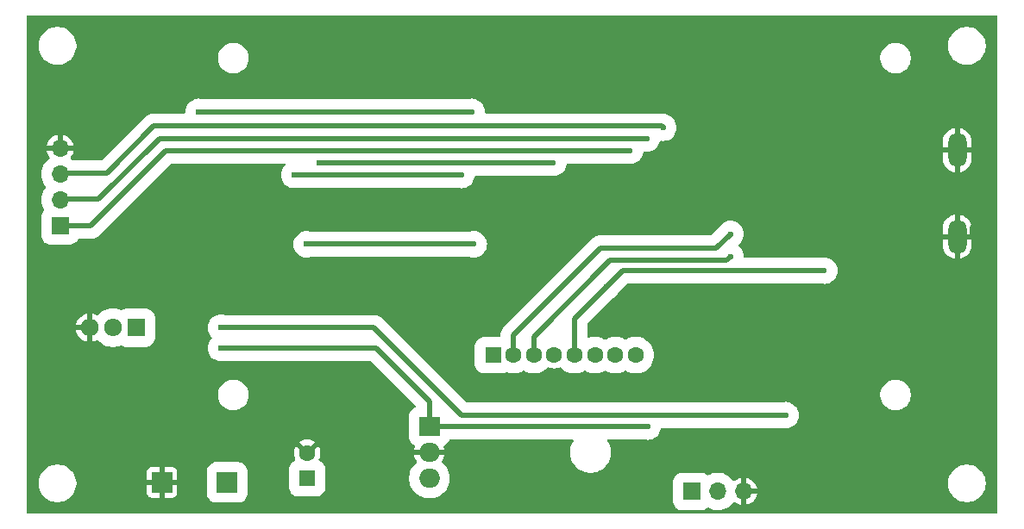
<source format=gbr>
%TF.GenerationSoftware,KiCad,Pcbnew,8.0.9-8.0.9-0~ubuntu24.04.1*%
%TF.CreationDate,2025-02-24T19:57:28+02:00*%
%TF.ProjectId,LRL5,4c524c35-2e6b-4696-9361-645f70636258,rev?*%
%TF.SameCoordinates,Original*%
%TF.FileFunction,Copper,L2,Bot*%
%TF.FilePolarity,Positive*%
%FSLAX46Y46*%
G04 Gerber Fmt 4.6, Leading zero omitted, Abs format (unit mm)*
G04 Created by KiCad (PCBNEW 8.0.9-8.0.9-0~ubuntu24.04.1) date 2025-02-24 19:57:28*
%MOMM*%
%LPD*%
G01*
G04 APERTURE LIST*
%TA.AperFunction,ComponentPad*%
%ADD10R,1.700000X1.700000*%
%TD*%
%TA.AperFunction,ComponentPad*%
%ADD11O,1.700000X1.700000*%
%TD*%
%TA.AperFunction,ComponentPad*%
%ADD12R,2.000000X2.000000*%
%TD*%
%TA.AperFunction,ComponentPad*%
%ADD13R,2.000000X1.905000*%
%TD*%
%TA.AperFunction,ComponentPad*%
%ADD14O,2.000000X1.905000*%
%TD*%
%TA.AperFunction,ComponentPad*%
%ADD15R,1.600000X1.600000*%
%TD*%
%TA.AperFunction,ComponentPad*%
%ADD16C,1.600000*%
%TD*%
%TA.AperFunction,ComponentPad*%
%ADD17R,1.710000X1.800000*%
%TD*%
%TA.AperFunction,ComponentPad*%
%ADD18O,1.710000X1.800000*%
%TD*%
%TA.AperFunction,ComponentPad*%
%ADD19O,1.800000X3.400000*%
%TD*%
%TA.AperFunction,ViaPad*%
%ADD20C,0.600000*%
%TD*%
%TA.AperFunction,Conductor*%
%ADD21C,0.500000*%
%TD*%
G04 APERTURE END LIST*
D10*
%TO.P,J1,1,Pin_1*%
%TO.N,Net-(J1-Pin_1)*%
X237000000Y-77300000D03*
D11*
%TO.P,J1,2,Pin_2*%
%TO.N,BATT{slash}2*%
X239540000Y-77300000D03*
%TO.P,J1,3,Pin_3*%
%TO.N,GND*%
X242080000Y-77300000D03*
%TD*%
D12*
%TO.P,TP1,1,1*%
%TO.N,+3.3V*%
X191400000Y-76400000D03*
%TD*%
D13*
%TO.P,U1,1,IN*%
%TO.N,+BATT*%
X211250000Y-70920000D03*
D14*
%TO.P,U1,2,GND*%
%TO.N,GND*%
X211250000Y-73460000D03*
%TO.P,U1,3,OUT*%
%TO.N,+3.3V*%
X211250000Y-76000000D03*
%TD*%
D15*
%TO.P,C2,1*%
%TO.N,+3.3V*%
X199250000Y-76000000D03*
D16*
%TO.P,C2,2*%
%TO.N,GND*%
X199250000Y-73500000D03*
%TD*%
D12*
%TO.P,TP2,1,1*%
%TO.N,GND*%
X185000000Y-76400000D03*
%TD*%
D17*
%TO.P,Q1,1,C*%
%TO.N,Net-(D2-K)*%
X182475000Y-61200000D03*
D18*
%TO.P,Q1,2,B*%
%TO.N,Net-(D2-A)*%
X180195000Y-61200000D03*
%TO.P,Q1,3,E*%
%TO.N,GND*%
X177915000Y-61200000D03*
%TD*%
D10*
%TO.P,J6,1,Pin_1*%
%TO.N,MODE_A*%
X175000000Y-51200000D03*
D11*
%TO.P,J6,2,Pin_2*%
%TO.N,MODE_B*%
X175000000Y-48660000D03*
%TO.P,J6,3,Pin_3*%
%TO.N,MODE_SW1*%
X175000000Y-46120000D03*
%TO.P,J6,4,Pin_4*%
%TO.N,GND*%
X175000000Y-43580000D03*
%TD*%
D15*
%TO.P,U2,1,~{RST}*%
%TO.N,LCD_RESET*%
X217500000Y-63900000D03*
D16*
%TO.P,U2,2,SCL*%
%TO.N,I2C1_SCL*%
X219500000Y-63900000D03*
%TO.P,U2,3,SDA*%
%TO.N,I2C1_SDA*%
X221500000Y-63900000D03*
%TO.P,U2,4,VSS*%
%TO.N,GND*%
X223500000Y-63900000D03*
%TO.P,U2,5,VDD*%
%TO.N,+3.3V*%
X225500000Y-63900000D03*
%TO.P,U2,6,VOUT*%
%TO.N,Net-(U2-VOUT)*%
X227500000Y-63900000D03*
%TO.P,U2,7,C1+*%
%TO.N,Net-(U2-C1+)*%
X229500000Y-63900000D03*
%TO.P,U2,8,C1-*%
%TO.N,Net-(U2-C1-)*%
X231500000Y-63900000D03*
D19*
%TO.P,U2,9,A*%
%TO.N,GND*%
X263050000Y-52250000D03*
%TO.P,U2,10,K*%
X263050000Y-43750000D03*
%TD*%
D20*
%TO.N,+BATT*%
X232680000Y-70920000D03*
X190800000Y-63200000D03*
%TO.N,GND*%
X200500000Y-68000000D03*
X248400000Y-49400000D03*
X181800000Y-39400000D03*
X191200000Y-59200000D03*
%TO.N,+3.3V*%
X250000000Y-55600000D03*
X228600000Y-57200000D03*
%TO.N,Net-(D2-K)*%
X246200000Y-69800000D03*
X190800000Y-61200000D03*
%TO.N,I2C1_SDA*%
X240800000Y-54200000D03*
%TO.N,I2C1_SCL*%
X240800000Y-52000000D03*
%TO.N,MODE_A*%
X230950000Y-43800000D03*
%TO.N,UART1_TX*%
X214400000Y-46200000D03*
X198000000Y-46200000D03*
%TO.N,UART1_RX*%
X199200000Y-53000000D03*
X215600000Y-53000000D03*
%TO.N,MODE_B*%
X232600000Y-42600000D03*
%TO.N,VBAT*%
X200400000Y-45000000D03*
X223400000Y-45000000D03*
%TO.N,MODE_SW1*%
X234200000Y-41550000D03*
%TO.N,USER_BTN*%
X215400000Y-40000000D03*
X188600000Y-40000000D03*
%TD*%
D21*
%TO.N,+BATT*%
X190800000Y-63200000D02*
X206000000Y-63200000D01*
X206000000Y-63200000D02*
X211250000Y-68450000D01*
X211250000Y-68450000D02*
X211250000Y-70920000D01*
X232680000Y-70920000D02*
X211250000Y-70920000D01*
%TO.N,GND*%
X264550000Y-51357500D02*
X264550000Y-52250000D01*
X264603750Y-51303750D02*
X264550000Y-51357500D01*
%TO.N,+3.3V*%
X250000000Y-55600000D02*
X230200000Y-55600000D01*
X228600000Y-57200000D02*
X225500000Y-60300000D01*
X225500000Y-60300000D02*
X225500000Y-63900000D01*
X230200000Y-55600000D02*
X228600000Y-57200000D01*
%TO.N,Net-(D2-K)*%
X205800000Y-61200000D02*
X190800000Y-61200000D01*
X214400000Y-69800000D02*
X205800000Y-61200000D01*
X246200000Y-69800000D02*
X214400000Y-69800000D01*
%TO.N,I2C1_SDA*%
X229000000Y-54600000D02*
X221500000Y-62100000D01*
X221500000Y-62100000D02*
X221500000Y-63900000D01*
X240400000Y-54600000D02*
X229000000Y-54600000D01*
X240800000Y-54200000D02*
X240400000Y-54600000D01*
%TO.N,I2C1_SCL*%
X240800000Y-52000000D02*
X239400000Y-53400000D01*
X239400000Y-53400000D02*
X228000000Y-53400000D01*
X219500000Y-61900000D02*
X219500000Y-63900000D01*
X228000000Y-53400000D02*
X219500000Y-61900000D01*
%TO.N,MODE_A*%
X185400000Y-43800000D02*
X178000000Y-51200000D01*
X178000000Y-51200000D02*
X175000000Y-51200000D01*
X230950000Y-43800000D02*
X185400000Y-43800000D01*
%TO.N,UART1_TX*%
X198000000Y-46200000D02*
X214400000Y-46200000D01*
%TO.N,UART1_RX*%
X199200000Y-53000000D02*
X215600000Y-53000000D01*
%TO.N,MODE_B*%
X178800000Y-48600000D02*
X175060000Y-48600000D01*
X184800000Y-42600000D02*
X178800000Y-48600000D01*
X232600000Y-42600000D02*
X184800000Y-42600000D01*
%TO.N,VBAT*%
X200400000Y-45000000D02*
X223400000Y-45000000D01*
%TO.N,MODE_SW1*%
X234050000Y-41400000D02*
X184200000Y-41400000D01*
X234200000Y-41550000D02*
X234050000Y-41400000D01*
X179600000Y-46000000D02*
X175120000Y-46000000D01*
X184200000Y-41400000D02*
X179600000Y-46000000D01*
%TO.N,USER_BTN*%
X188600000Y-40000000D02*
X215400000Y-40000000D01*
%TD*%
%TA.AperFunction,Conductor*%
%TO.N,GND*%
G36*
X266942539Y-30520185D02*
G01*
X266988294Y-30572989D01*
X266999500Y-30624500D01*
X266999500Y-79375500D01*
X266979815Y-79442539D01*
X266927011Y-79488294D01*
X266875500Y-79499500D01*
X171874500Y-79499500D01*
X171807461Y-79479815D01*
X171761706Y-79427011D01*
X171750500Y-79375500D01*
X171750500Y-76378711D01*
X172899500Y-76378711D01*
X172899500Y-76621288D01*
X172930667Y-76858036D01*
X172931162Y-76861789D01*
X172932270Y-76865925D01*
X172993947Y-77096104D01*
X173025819Y-77173049D01*
X173086776Y-77320212D01*
X173208064Y-77530289D01*
X173208066Y-77530292D01*
X173208067Y-77530293D01*
X173355733Y-77722736D01*
X173355739Y-77722743D01*
X173527256Y-77894260D01*
X173527263Y-77894266D01*
X173604340Y-77953409D01*
X173719711Y-78041936D01*
X173929788Y-78163224D01*
X174153900Y-78256054D01*
X174388211Y-78318838D01*
X174568586Y-78342584D01*
X174628711Y-78350500D01*
X174628712Y-78350500D01*
X174871289Y-78350500D01*
X174919388Y-78344167D01*
X175111789Y-78318838D01*
X175346100Y-78256054D01*
X175570212Y-78163224D01*
X175780289Y-78041936D01*
X175972738Y-77894265D01*
X176144265Y-77722738D01*
X176291936Y-77530289D01*
X176413224Y-77320212D01*
X176506054Y-77096100D01*
X176568838Y-76861789D01*
X176600500Y-76621288D01*
X176600500Y-76378712D01*
X176568838Y-76138211D01*
X176506054Y-75903900D01*
X176413224Y-75679788D01*
X176291936Y-75469711D01*
X176201732Y-75352155D01*
X183500000Y-75352155D01*
X183500000Y-76150000D01*
X184566988Y-76150000D01*
X184534075Y-76207007D01*
X184500000Y-76334174D01*
X184500000Y-76465826D01*
X184534075Y-76592993D01*
X184566988Y-76650000D01*
X183500000Y-76650000D01*
X183500000Y-77447844D01*
X183506401Y-77507372D01*
X183506403Y-77507379D01*
X183556645Y-77642086D01*
X183556649Y-77642093D01*
X183642809Y-77757187D01*
X183642812Y-77757190D01*
X183757906Y-77843350D01*
X183757913Y-77843354D01*
X183892620Y-77893596D01*
X183892627Y-77893598D01*
X183952155Y-77899999D01*
X183952172Y-77900000D01*
X184750000Y-77900000D01*
X184750000Y-76833012D01*
X184807007Y-76865925D01*
X184934174Y-76900000D01*
X185065826Y-76900000D01*
X185192993Y-76865925D01*
X185250000Y-76833012D01*
X185250000Y-77900000D01*
X186047828Y-77900000D01*
X186047844Y-77899999D01*
X186107372Y-77893598D01*
X186107379Y-77893596D01*
X186242086Y-77843354D01*
X186242093Y-77843350D01*
X186357187Y-77757190D01*
X186357190Y-77757187D01*
X186443350Y-77642093D01*
X186443354Y-77642086D01*
X186493596Y-77507379D01*
X186493598Y-77507372D01*
X186499999Y-77447844D01*
X186500000Y-77447827D01*
X186500000Y-76650000D01*
X185433012Y-76650000D01*
X185465925Y-76592993D01*
X185500000Y-76465826D01*
X185500000Y-76334174D01*
X185465925Y-76207007D01*
X185433012Y-76150000D01*
X186500000Y-76150000D01*
X186500000Y-75352172D01*
X186499999Y-75352155D01*
X186498903Y-75341966D01*
X189399500Y-75341966D01*
X189399500Y-77458028D01*
X189399501Y-77458034D01*
X189410113Y-77577415D01*
X189466089Y-77773045D01*
X189466090Y-77773048D01*
X189466091Y-77773049D01*
X189560302Y-77953407D01*
X189560304Y-77953409D01*
X189688890Y-78111109D01*
X189752805Y-78163224D01*
X189846593Y-78239698D01*
X190026951Y-78333909D01*
X190222582Y-78389886D01*
X190341963Y-78400500D01*
X192458036Y-78400499D01*
X192577418Y-78389886D01*
X192773049Y-78333909D01*
X192953407Y-78239698D01*
X193111109Y-78111109D01*
X193239698Y-77953407D01*
X193333909Y-77773049D01*
X193389886Y-77577418D01*
X193400500Y-77458037D01*
X193400499Y-75341964D01*
X193389886Y-75222582D01*
X193366819Y-75141966D01*
X197449500Y-75141966D01*
X197449500Y-76858028D01*
X197449501Y-76858034D01*
X197460113Y-76977415D01*
X197516089Y-77173045D01*
X197516090Y-77173048D01*
X197516091Y-77173049D01*
X197610302Y-77353407D01*
X197644977Y-77395933D01*
X197738890Y-77511109D01*
X197832803Y-77587684D01*
X197896593Y-77639698D01*
X198076951Y-77733909D01*
X198272582Y-77789886D01*
X198391963Y-77800500D01*
X200108036Y-77800499D01*
X200227418Y-77789886D01*
X200423049Y-77733909D01*
X200603407Y-77639698D01*
X200761109Y-77511109D01*
X200889698Y-77353407D01*
X200983909Y-77173049D01*
X201039886Y-76977418D01*
X201050500Y-76858037D01*
X201050499Y-75141964D01*
X201039886Y-75022582D01*
X200986720Y-74836776D01*
X200983910Y-74826954D01*
X200983909Y-74826953D01*
X200983909Y-74826951D01*
X200889698Y-74646593D01*
X200819337Y-74560302D01*
X200761109Y-74488890D01*
X200618558Y-74372656D01*
X200603407Y-74360302D01*
X200451004Y-74280693D01*
X200400699Y-74232208D01*
X200384592Y-74164220D01*
X200396036Y-74118381D01*
X200476265Y-73946326D01*
X200476269Y-73946317D01*
X200535139Y-73726610D01*
X200535141Y-73726599D01*
X200554966Y-73500000D01*
X200554966Y-73499997D01*
X200535141Y-73273400D01*
X200535139Y-73273389D01*
X200476269Y-73053682D01*
X200476264Y-73053668D01*
X200380136Y-72847521D01*
X200380132Y-72847513D01*
X200329025Y-72774526D01*
X199650000Y-73453551D01*
X199650000Y-73447339D01*
X199622741Y-73345606D01*
X199570080Y-73254394D01*
X199495606Y-73179920D01*
X199404394Y-73127259D01*
X199302661Y-73100000D01*
X199296445Y-73100000D01*
X199975472Y-72420974D01*
X199902478Y-72369863D01*
X199696331Y-72273735D01*
X199696317Y-72273730D01*
X199476610Y-72214860D01*
X199476599Y-72214858D01*
X199250002Y-72195034D01*
X199249998Y-72195034D01*
X199023400Y-72214858D01*
X199023389Y-72214860D01*
X198803682Y-72273730D01*
X198803673Y-72273734D01*
X198597516Y-72369866D01*
X198597512Y-72369868D01*
X198524526Y-72420973D01*
X198524526Y-72420974D01*
X199203553Y-73100000D01*
X199197339Y-73100000D01*
X199095606Y-73127259D01*
X199004394Y-73179920D01*
X198929920Y-73254394D01*
X198877259Y-73345606D01*
X198850000Y-73447339D01*
X198850000Y-73453552D01*
X198170974Y-72774526D01*
X198170973Y-72774526D01*
X198119868Y-72847512D01*
X198119866Y-72847516D01*
X198023734Y-73053673D01*
X198023730Y-73053682D01*
X197964860Y-73273389D01*
X197964858Y-73273400D01*
X197945034Y-73499997D01*
X197945034Y-73500000D01*
X197964858Y-73726599D01*
X197964860Y-73726610D01*
X198023730Y-73946317D01*
X198023734Y-73946326D01*
X198103964Y-74118381D01*
X198114456Y-74187459D01*
X198085936Y-74251243D01*
X198048995Y-74280693D01*
X197896593Y-74360302D01*
X197896591Y-74360303D01*
X197896590Y-74360304D01*
X197738890Y-74488890D01*
X197610304Y-74646590D01*
X197610302Y-74646593D01*
X197577427Y-74709529D01*
X197516089Y-74826954D01*
X197460114Y-75022583D01*
X197460113Y-75022586D01*
X197449500Y-75141966D01*
X193366819Y-75141966D01*
X193333909Y-75026951D01*
X193239698Y-74846593D01*
X193186908Y-74781851D01*
X193111109Y-74688890D01*
X192995933Y-74594977D01*
X192953407Y-74560302D01*
X192773049Y-74466091D01*
X192773048Y-74466090D01*
X192773045Y-74466089D01*
X192650184Y-74430935D01*
X192577418Y-74410114D01*
X192577415Y-74410113D01*
X192577413Y-74410113D01*
X192511102Y-74404217D01*
X192458037Y-74399500D01*
X192458032Y-74399500D01*
X190341971Y-74399500D01*
X190341965Y-74399500D01*
X190341964Y-74399501D01*
X190330316Y-74400536D01*
X190222584Y-74410113D01*
X190026954Y-74466089D01*
X189936772Y-74513196D01*
X189846593Y-74560302D01*
X189846591Y-74560303D01*
X189846590Y-74560304D01*
X189688890Y-74688890D01*
X189560304Y-74846590D01*
X189560302Y-74846593D01*
X189525798Y-74912647D01*
X189466089Y-75026954D01*
X189410114Y-75222583D01*
X189410113Y-75222586D01*
X189399500Y-75341966D01*
X186498903Y-75341966D01*
X186493598Y-75292627D01*
X186493596Y-75292620D01*
X186443354Y-75157913D01*
X186443350Y-75157906D01*
X186357190Y-75042812D01*
X186357187Y-75042809D01*
X186242093Y-74956649D01*
X186242086Y-74956645D01*
X186107379Y-74906403D01*
X186107372Y-74906401D01*
X186047844Y-74900000D01*
X185250000Y-74900000D01*
X185250000Y-75966988D01*
X185192993Y-75934075D01*
X185065826Y-75900000D01*
X184934174Y-75900000D01*
X184807007Y-75934075D01*
X184750000Y-75966988D01*
X184750000Y-74900000D01*
X183952155Y-74900000D01*
X183892627Y-74906401D01*
X183892620Y-74906403D01*
X183757913Y-74956645D01*
X183757906Y-74956649D01*
X183642812Y-75042809D01*
X183642809Y-75042812D01*
X183556649Y-75157906D01*
X183556645Y-75157913D01*
X183506403Y-75292620D01*
X183506401Y-75292627D01*
X183500000Y-75352155D01*
X176201732Y-75352155D01*
X176193913Y-75341965D01*
X176144266Y-75277263D01*
X176144260Y-75277256D01*
X175972743Y-75105739D01*
X175972736Y-75105733D01*
X175780293Y-74958067D01*
X175780292Y-74958066D01*
X175780289Y-74958064D01*
X175570212Y-74836776D01*
X175546500Y-74826954D01*
X175346104Y-74743947D01*
X175111785Y-74681161D01*
X174871289Y-74649500D01*
X174871288Y-74649500D01*
X174628712Y-74649500D01*
X174628711Y-74649500D01*
X174388214Y-74681161D01*
X174153895Y-74743947D01*
X173929794Y-74836773D01*
X173929785Y-74836777D01*
X173719706Y-74958067D01*
X173527263Y-75105733D01*
X173527256Y-75105739D01*
X173355739Y-75277256D01*
X173355733Y-75277263D01*
X173208067Y-75469706D01*
X173086777Y-75679785D01*
X173086773Y-75679794D01*
X172993947Y-75903895D01*
X172931161Y-76138214D01*
X172899500Y-76378711D01*
X171750500Y-76378711D01*
X171750500Y-67681902D01*
X190499500Y-67681902D01*
X190499500Y-67918097D01*
X190536446Y-68151368D01*
X190609433Y-68375996D01*
X190716657Y-68586433D01*
X190855483Y-68777510D01*
X191022490Y-68944517D01*
X191213567Y-69083343D01*
X191300823Y-69127802D01*
X191424003Y-69190566D01*
X191424005Y-69190566D01*
X191424008Y-69190568D01*
X191544412Y-69229689D01*
X191648631Y-69263553D01*
X191881903Y-69300500D01*
X191881908Y-69300500D01*
X192118097Y-69300500D01*
X192351368Y-69263553D01*
X192373413Y-69256390D01*
X192575992Y-69190568D01*
X192786433Y-69083343D01*
X192977510Y-68944517D01*
X193144517Y-68777510D01*
X193283343Y-68586433D01*
X193390568Y-68375992D01*
X193463553Y-68151368D01*
X193500500Y-67918097D01*
X193500500Y-67681902D01*
X193463553Y-67448631D01*
X193390566Y-67224003D01*
X193283342Y-67013566D01*
X193144517Y-66822490D01*
X192977510Y-66655483D01*
X192786433Y-66516657D01*
X192575996Y-66409433D01*
X192351368Y-66336446D01*
X192118097Y-66299500D01*
X192118092Y-66299500D01*
X191881908Y-66299500D01*
X191881903Y-66299500D01*
X191648631Y-66336446D01*
X191424003Y-66409433D01*
X191213566Y-66516657D01*
X191104550Y-66595862D01*
X191022490Y-66655483D01*
X191022488Y-66655485D01*
X191022487Y-66655485D01*
X190855485Y-66822487D01*
X190855485Y-66822488D01*
X190855483Y-66822490D01*
X190795862Y-66904550D01*
X190716657Y-67013566D01*
X190609433Y-67224003D01*
X190536446Y-67448631D01*
X190499500Y-67681902D01*
X171750500Y-67681902D01*
X171750500Y-60950000D01*
X176575579Y-60950000D01*
X177481988Y-60950000D01*
X177449075Y-61007007D01*
X177415000Y-61134174D01*
X177415000Y-61265826D01*
X177449075Y-61392993D01*
X177481988Y-61450000D01*
X176575579Y-61450000D01*
X176593365Y-61562298D01*
X176659270Y-61765136D01*
X176659271Y-61765139D01*
X176756100Y-61955175D01*
X176881466Y-62127724D01*
X176881466Y-62127725D01*
X177032274Y-62278533D01*
X177204824Y-62403899D01*
X177394860Y-62500728D01*
X177394863Y-62500729D01*
X177597696Y-62566633D01*
X177665000Y-62577292D01*
X177665000Y-61633012D01*
X177722007Y-61665925D01*
X177849174Y-61700000D01*
X177980826Y-61700000D01*
X178107993Y-61665925D01*
X178165000Y-61633012D01*
X178165000Y-62577291D01*
X178232303Y-62566633D01*
X178435136Y-62500729D01*
X178435139Y-62500728D01*
X178619752Y-62406662D01*
X178688421Y-62393766D01*
X178753161Y-62420042D01*
X178774422Y-62441660D01*
X178796964Y-62471036D01*
X178796972Y-62471046D01*
X178968953Y-62643027D01*
X178968960Y-62643033D01*
X179066808Y-62718114D01*
X179161928Y-62791102D01*
X179297309Y-62869264D01*
X179372565Y-62912714D01*
X179372570Y-62912716D01*
X179372573Y-62912718D01*
X179597289Y-63005799D01*
X179832233Y-63068752D01*
X180073384Y-63100500D01*
X180073391Y-63100500D01*
X180316609Y-63100500D01*
X180316616Y-63100500D01*
X180557767Y-63068752D01*
X180792711Y-63005799D01*
X180962523Y-62935459D01*
X181031992Y-62927991D01*
X181067380Y-62940109D01*
X181246951Y-63033909D01*
X181442582Y-63089886D01*
X181561963Y-63100500D01*
X183388036Y-63100499D01*
X183507418Y-63089886D01*
X183703049Y-63033909D01*
X183883407Y-62939698D01*
X184041109Y-62811109D01*
X184169698Y-62653407D01*
X184263909Y-62473049D01*
X184319886Y-62277418D01*
X184330500Y-62158037D01*
X184330499Y-61199998D01*
X189494532Y-61199998D01*
X189494532Y-61200001D01*
X189514364Y-61426686D01*
X189514366Y-61426697D01*
X189573258Y-61646488D01*
X189573261Y-61646497D01*
X189669431Y-61852732D01*
X189669432Y-61852734D01*
X189799954Y-62039141D01*
X189873132Y-62112319D01*
X189906617Y-62173642D01*
X189901633Y-62243334D01*
X189873132Y-62287681D01*
X189799954Y-62360858D01*
X189669432Y-62547265D01*
X189669431Y-62547267D01*
X189573261Y-62753502D01*
X189573258Y-62753511D01*
X189514366Y-62973302D01*
X189514364Y-62973313D01*
X189494532Y-63199998D01*
X189494532Y-63200001D01*
X189514364Y-63426686D01*
X189514366Y-63426697D01*
X189573258Y-63646488D01*
X189573261Y-63646497D01*
X189669431Y-63852732D01*
X189669432Y-63852734D01*
X189799954Y-64039141D01*
X189960858Y-64200045D01*
X189960861Y-64200047D01*
X190147266Y-64330568D01*
X190353504Y-64426739D01*
X190573308Y-64485635D01*
X190735230Y-64499801D01*
X190799998Y-64505468D01*
X190800000Y-64505468D01*
X190800002Y-64505468D01*
X190856673Y-64500509D01*
X191026692Y-64485635D01*
X191142050Y-64454724D01*
X191174143Y-64450500D01*
X205430664Y-64450500D01*
X205497703Y-64470185D01*
X205518345Y-64486819D01*
X209881147Y-68849621D01*
X209914632Y-68910944D01*
X209909648Y-68980636D01*
X209867776Y-69036569D01*
X209850883Y-69047207D01*
X209696593Y-69127802D01*
X209696591Y-69127803D01*
X209696590Y-69127804D01*
X209538890Y-69256390D01*
X209410304Y-69414090D01*
X209316089Y-69594454D01*
X209260114Y-69790083D01*
X209260113Y-69790086D01*
X209249500Y-69909466D01*
X209249500Y-71930528D01*
X209249501Y-71930534D01*
X209260113Y-72049915D01*
X209316089Y-72245545D01*
X209316090Y-72245548D01*
X209316091Y-72245549D01*
X209410302Y-72425907D01*
X209410304Y-72425909D01*
X209538890Y-72583609D01*
X209667479Y-72688458D01*
X209696593Y-72712198D01*
X209793158Y-72762639D01*
X209843463Y-72811123D01*
X209859571Y-72879111D01*
X209853676Y-72910864D01*
X209785766Y-73119867D01*
X209785766Y-73119870D01*
X209771491Y-73210000D01*
X210701518Y-73210000D01*
X210690889Y-73228409D01*
X210650000Y-73381009D01*
X210650000Y-73538991D01*
X210690889Y-73691591D01*
X210701518Y-73710000D01*
X209771491Y-73710000D01*
X209785765Y-73800128D01*
X209856417Y-74017570D01*
X209960213Y-74221280D01*
X210015281Y-74297075D01*
X210038761Y-74362881D01*
X210022935Y-74430935D01*
X209990451Y-74468334D01*
X209912041Y-74528501D01*
X209912029Y-74528512D01*
X209731011Y-74709529D01*
X209575152Y-74912647D01*
X209447151Y-75134353D01*
X209447144Y-75134368D01*
X209349177Y-75370883D01*
X209300671Y-75551911D01*
X209284457Y-75612426D01*
X209282917Y-75618172D01*
X209249500Y-75871986D01*
X209249500Y-76128013D01*
X209269128Y-76277096D01*
X209282917Y-76381829D01*
X209295535Y-76428920D01*
X209349177Y-76629116D01*
X209447144Y-76865631D01*
X209447151Y-76865646D01*
X209575152Y-77087352D01*
X209731011Y-77290470D01*
X209912029Y-77471488D01*
X209912033Y-77471491D01*
X209912035Y-77471493D01*
X210115143Y-77627344D01*
X210115147Y-77627347D01*
X210336853Y-77755348D01*
X210336868Y-77755355D01*
X210459182Y-77806018D01*
X210573382Y-77853322D01*
X210820671Y-77919583D01*
X211074494Y-77953000D01*
X211074501Y-77953000D01*
X211425499Y-77953000D01*
X211425506Y-77953000D01*
X211679329Y-77919583D01*
X211926618Y-77853322D01*
X212163143Y-77755350D01*
X212384857Y-77627344D01*
X212587965Y-77471493D01*
X212768993Y-77290465D01*
X212924844Y-77087357D01*
X213052850Y-76865643D01*
X213150822Y-76629118D01*
X213214367Y-76391966D01*
X235149500Y-76391966D01*
X235149500Y-78208028D01*
X235149501Y-78208034D01*
X235160113Y-78327415D01*
X235216089Y-78523045D01*
X235216090Y-78523048D01*
X235216091Y-78523049D01*
X235310302Y-78703407D01*
X235310304Y-78703409D01*
X235438890Y-78861109D01*
X235512891Y-78921448D01*
X235596593Y-78989698D01*
X235776951Y-79083909D01*
X235972582Y-79139886D01*
X236091963Y-79150500D01*
X237908036Y-79150499D01*
X238027418Y-79139886D01*
X238223049Y-79083909D01*
X238403407Y-78989698D01*
X238487109Y-78921446D01*
X238551503Y-78894338D01*
X238620333Y-78906347D01*
X238624896Y-78908717D01*
X238769305Y-78987571D01*
X238769309Y-78987573D01*
X238769311Y-78987574D01*
X239017322Y-79080077D01*
X239017325Y-79080077D01*
X239017326Y-79080078D01*
X239034942Y-79083910D01*
X239275974Y-79136343D01*
X239519660Y-79153772D01*
X239539999Y-79155227D01*
X239540000Y-79155227D01*
X239540001Y-79155227D01*
X239558885Y-79153876D01*
X239804026Y-79136343D01*
X240062678Y-79080077D01*
X240310689Y-78987574D01*
X240543011Y-78860716D01*
X240754915Y-78702087D01*
X240942087Y-78514915D01*
X241048701Y-78372494D01*
X241104634Y-78330623D01*
X241174326Y-78325639D01*
X241219092Y-78345230D01*
X241402421Y-78473600D01*
X241616507Y-78573429D01*
X241616516Y-78573433D01*
X241830000Y-78630634D01*
X241830000Y-77733012D01*
X241887007Y-77765925D01*
X242014174Y-77800000D01*
X242145826Y-77800000D01*
X242272993Y-77765925D01*
X242330000Y-77733012D01*
X242330000Y-78630633D01*
X242543483Y-78573433D01*
X242543492Y-78573429D01*
X242757578Y-78473600D01*
X242951082Y-78338105D01*
X243118105Y-78171082D01*
X243253600Y-77977578D01*
X243353429Y-77763492D01*
X243353432Y-77763486D01*
X243410636Y-77550000D01*
X242513012Y-77550000D01*
X242545925Y-77492993D01*
X242580000Y-77365826D01*
X242580000Y-77234174D01*
X242545925Y-77107007D01*
X242513012Y-77050000D01*
X243410636Y-77050000D01*
X243410635Y-77049999D01*
X243353432Y-76836513D01*
X243353429Y-76836507D01*
X243253600Y-76622422D01*
X243253599Y-76622420D01*
X243118113Y-76428926D01*
X243118108Y-76428920D01*
X243067899Y-76378711D01*
X262149500Y-76378711D01*
X262149500Y-76621288D01*
X262180667Y-76858036D01*
X262181162Y-76861789D01*
X262182270Y-76865925D01*
X262243947Y-77096104D01*
X262275819Y-77173049D01*
X262336776Y-77320212D01*
X262458064Y-77530289D01*
X262458066Y-77530292D01*
X262458067Y-77530293D01*
X262605733Y-77722736D01*
X262605739Y-77722743D01*
X262777256Y-77894260D01*
X262777263Y-77894266D01*
X262854340Y-77953409D01*
X262969711Y-78041936D01*
X263179788Y-78163224D01*
X263403900Y-78256054D01*
X263638211Y-78318838D01*
X263818586Y-78342584D01*
X263878711Y-78350500D01*
X263878712Y-78350500D01*
X264121289Y-78350500D01*
X264169388Y-78344167D01*
X264361789Y-78318838D01*
X264596100Y-78256054D01*
X264820212Y-78163224D01*
X265030289Y-78041936D01*
X265222738Y-77894265D01*
X265394265Y-77722738D01*
X265541936Y-77530289D01*
X265663224Y-77320212D01*
X265756054Y-77096100D01*
X265818838Y-76861789D01*
X265850500Y-76621288D01*
X265850500Y-76378712D01*
X265818838Y-76138211D01*
X265756054Y-75903900D01*
X265663224Y-75679788D01*
X265541936Y-75469711D01*
X265443913Y-75341965D01*
X265394266Y-75277263D01*
X265394260Y-75277256D01*
X265222743Y-75105739D01*
X265222736Y-75105733D01*
X265030293Y-74958067D01*
X265030292Y-74958066D01*
X265030289Y-74958064D01*
X264820212Y-74836776D01*
X264796500Y-74826954D01*
X264596104Y-74743947D01*
X264361785Y-74681161D01*
X264121289Y-74649500D01*
X264121288Y-74649500D01*
X263878712Y-74649500D01*
X263878711Y-74649500D01*
X263638214Y-74681161D01*
X263403895Y-74743947D01*
X263179794Y-74836773D01*
X263179785Y-74836777D01*
X262969706Y-74958067D01*
X262777263Y-75105733D01*
X262777256Y-75105739D01*
X262605739Y-75277256D01*
X262605733Y-75277263D01*
X262458067Y-75469706D01*
X262336777Y-75679785D01*
X262336773Y-75679794D01*
X262243947Y-75903895D01*
X262181161Y-76138214D01*
X262149500Y-76378711D01*
X243067899Y-76378711D01*
X242951082Y-76261894D01*
X242757578Y-76126399D01*
X242543492Y-76026570D01*
X242543486Y-76026567D01*
X242330000Y-75969364D01*
X242330000Y-76866988D01*
X242272993Y-76834075D01*
X242145826Y-76800000D01*
X242014174Y-76800000D01*
X241887007Y-76834075D01*
X241830000Y-76866988D01*
X241830000Y-75969364D01*
X241829999Y-75969364D01*
X241616513Y-76026567D01*
X241616507Y-76026570D01*
X241402422Y-76126399D01*
X241402420Y-76126400D01*
X241219090Y-76254769D01*
X241152884Y-76277096D01*
X241085117Y-76260086D01*
X241048700Y-76227504D01*
X240942093Y-76085092D01*
X240942077Y-76085074D01*
X240754925Y-75897922D01*
X240754907Y-75897906D01*
X240543013Y-75739285D01*
X240543005Y-75739280D01*
X240310694Y-75612428D01*
X240310690Y-75612426D01*
X240062673Y-75519921D01*
X239804034Y-75463658D01*
X239804027Y-75463657D01*
X239540001Y-75444773D01*
X239539999Y-75444773D01*
X239275972Y-75463657D01*
X239275965Y-75463658D01*
X239017326Y-75519921D01*
X238769309Y-75612426D01*
X238624895Y-75691282D01*
X238556622Y-75706133D01*
X238491158Y-75681716D01*
X238487108Y-75678551D01*
X238449145Y-75647596D01*
X238403407Y-75610302D01*
X238223049Y-75516091D01*
X238223048Y-75516090D01*
X238223045Y-75516089D01*
X238105829Y-75482550D01*
X238027418Y-75460114D01*
X238027415Y-75460113D01*
X238027413Y-75460113D01*
X237961102Y-75454217D01*
X237908037Y-75449500D01*
X237908032Y-75449500D01*
X236091971Y-75449500D01*
X236091965Y-75449500D01*
X236091964Y-75449501D01*
X236080316Y-75450536D01*
X235972584Y-75460113D01*
X235776954Y-75516089D01*
X235686772Y-75563196D01*
X235596593Y-75610302D01*
X235596591Y-75610303D01*
X235596590Y-75610304D01*
X235438890Y-75738890D01*
X235310304Y-75896590D01*
X235310302Y-75896593D01*
X235290723Y-75934075D01*
X235216089Y-76076954D01*
X235160114Y-76272583D01*
X235160113Y-76272586D01*
X235149500Y-76391966D01*
X213214367Y-76391966D01*
X213217083Y-76381829D01*
X213250500Y-76128006D01*
X213250500Y-75871994D01*
X213217083Y-75618171D01*
X213150822Y-75370882D01*
X213089395Y-75222584D01*
X213052855Y-75134368D01*
X213052848Y-75134353D01*
X212924847Y-74912647D01*
X212874162Y-74846593D01*
X212768993Y-74709535D01*
X212768991Y-74709533D01*
X212768988Y-74709529D01*
X212587974Y-74528515D01*
X212587965Y-74528507D01*
X212509548Y-74468335D01*
X212468346Y-74411907D01*
X212464191Y-74342161D01*
X212484718Y-74297073D01*
X212539788Y-74221277D01*
X212643582Y-74017570D01*
X212714234Y-73800128D01*
X212728509Y-73710000D01*
X211798482Y-73710000D01*
X211809111Y-73691591D01*
X211850000Y-73538991D01*
X211850000Y-73381009D01*
X211809111Y-73228409D01*
X211798482Y-73210000D01*
X212728509Y-73210000D01*
X212714234Y-73119871D01*
X212646323Y-72910866D01*
X212644328Y-72841025D01*
X212680408Y-72781192D01*
X212706838Y-72762640D01*
X212803407Y-72712198D01*
X212961109Y-72583609D01*
X213089698Y-72425907D01*
X213183909Y-72245549D01*
X213183910Y-72245545D01*
X213186820Y-72239975D01*
X213188665Y-72240939D01*
X213225883Y-72193544D01*
X213291894Y-72170645D01*
X213297882Y-72170500D01*
X225269740Y-72170500D01*
X225336779Y-72190185D01*
X225382534Y-72242989D01*
X225392478Y-72312147D01*
X225377127Y-72356500D01*
X225251958Y-72573299D01*
X225251953Y-72573309D01*
X225151605Y-72815571D01*
X225151602Y-72815581D01*
X225087804Y-73053682D01*
X225083730Y-73068885D01*
X225049500Y-73328872D01*
X225049500Y-73591127D01*
X225067338Y-73726610D01*
X225083730Y-73851116D01*
X225128331Y-74017570D01*
X225151602Y-74104418D01*
X225151605Y-74104428D01*
X225251953Y-74346690D01*
X225251958Y-74346700D01*
X225383075Y-74573803D01*
X225542718Y-74781851D01*
X225542726Y-74781860D01*
X225728140Y-74967274D01*
X225728148Y-74967281D01*
X225936196Y-75126924D01*
X226163299Y-75258041D01*
X226163309Y-75258046D01*
X226390509Y-75352155D01*
X226405581Y-75358398D01*
X226658884Y-75426270D01*
X226907188Y-75458960D01*
X226915940Y-75460113D01*
X226918880Y-75460500D01*
X226918887Y-75460500D01*
X227181113Y-75460500D01*
X227181120Y-75460500D01*
X227441116Y-75426270D01*
X227694419Y-75358398D01*
X227936697Y-75258043D01*
X228163803Y-75126924D01*
X228371851Y-74967282D01*
X228371855Y-74967277D01*
X228371860Y-74967274D01*
X228557274Y-74781860D01*
X228557277Y-74781855D01*
X228557282Y-74781851D01*
X228716924Y-74573803D01*
X228848043Y-74346697D01*
X228948398Y-74104419D01*
X229016270Y-73851116D01*
X229050500Y-73591120D01*
X229050500Y-73328880D01*
X229016270Y-73068884D01*
X228948398Y-72815581D01*
X228948394Y-72815571D01*
X228848046Y-72573309D01*
X228848041Y-72573299D01*
X228722873Y-72356500D01*
X228706400Y-72288599D01*
X228729253Y-72222573D01*
X228784174Y-72179382D01*
X228830260Y-72170500D01*
X232305857Y-72170500D01*
X232337949Y-72174724D01*
X232453308Y-72205635D01*
X232615230Y-72219801D01*
X232679998Y-72225468D01*
X232680000Y-72225468D01*
X232680002Y-72225468D01*
X232736673Y-72220509D01*
X232906692Y-72205635D01*
X233126496Y-72146739D01*
X233332734Y-72050568D01*
X233519139Y-71920047D01*
X233680047Y-71759139D01*
X233810568Y-71572734D01*
X233906739Y-71366496D01*
X233965635Y-71146692D01*
X233965635Y-71146691D01*
X233966783Y-71142407D01*
X234003148Y-71082746D01*
X234065995Y-71052217D01*
X234086558Y-71050500D01*
X245825857Y-71050500D01*
X245857949Y-71054724D01*
X245973308Y-71085635D01*
X246135230Y-71099801D01*
X246199998Y-71105468D01*
X246200000Y-71105468D01*
X246200002Y-71105468D01*
X246256673Y-71100509D01*
X246426692Y-71085635D01*
X246646496Y-71026739D01*
X246852734Y-70930568D01*
X247039139Y-70800047D01*
X247200047Y-70639139D01*
X247330568Y-70452734D01*
X247426739Y-70246496D01*
X247485635Y-70026692D01*
X247505468Y-69800000D01*
X247504600Y-69790083D01*
X247487485Y-69594454D01*
X247485635Y-69573308D01*
X247426739Y-69353504D01*
X247330568Y-69147266D01*
X247226419Y-68998525D01*
X247200045Y-68960858D01*
X247039141Y-68799954D01*
X246852734Y-68669432D01*
X246852732Y-68669431D01*
X246646497Y-68573261D01*
X246646488Y-68573258D01*
X246426697Y-68514366D01*
X246426693Y-68514365D01*
X246426692Y-68514365D01*
X246426691Y-68514364D01*
X246426686Y-68514364D01*
X246200002Y-68494532D01*
X246199998Y-68494532D01*
X245973313Y-68514364D01*
X245973302Y-68514366D01*
X245857950Y-68545275D01*
X245825857Y-68549500D01*
X214969336Y-68549500D01*
X214902297Y-68529815D01*
X214881655Y-68513181D01*
X214050376Y-67681902D01*
X255499500Y-67681902D01*
X255499500Y-67918097D01*
X255536446Y-68151368D01*
X255609433Y-68375996D01*
X255716657Y-68586433D01*
X255855483Y-68777510D01*
X256022490Y-68944517D01*
X256213567Y-69083343D01*
X256300823Y-69127802D01*
X256424003Y-69190566D01*
X256424005Y-69190566D01*
X256424008Y-69190568D01*
X256544412Y-69229689D01*
X256648631Y-69263553D01*
X256881903Y-69300500D01*
X256881908Y-69300500D01*
X257118097Y-69300500D01*
X257351368Y-69263553D01*
X257373413Y-69256390D01*
X257575992Y-69190568D01*
X257786433Y-69083343D01*
X257977510Y-68944517D01*
X258144517Y-68777510D01*
X258283343Y-68586433D01*
X258390568Y-68375992D01*
X258463553Y-68151368D01*
X258500500Y-67918097D01*
X258500500Y-67681902D01*
X258463553Y-67448631D01*
X258390566Y-67224003D01*
X258283342Y-67013566D01*
X258144517Y-66822490D01*
X257977510Y-66655483D01*
X257786433Y-66516657D01*
X257575996Y-66409433D01*
X257351368Y-66336446D01*
X257118097Y-66299500D01*
X257118092Y-66299500D01*
X256881908Y-66299500D01*
X256881903Y-66299500D01*
X256648631Y-66336446D01*
X256424003Y-66409433D01*
X256213566Y-66516657D01*
X256104550Y-66595862D01*
X256022490Y-66655483D01*
X256022488Y-66655485D01*
X256022487Y-66655485D01*
X255855485Y-66822487D01*
X255855485Y-66822488D01*
X255855483Y-66822490D01*
X255795862Y-66904550D01*
X255716657Y-67013566D01*
X255609433Y-67224003D01*
X255536446Y-67448631D01*
X255499500Y-67681902D01*
X214050376Y-67681902D01*
X209410440Y-63041966D01*
X215699500Y-63041966D01*
X215699500Y-64758028D01*
X215699501Y-64758034D01*
X215710113Y-64877415D01*
X215766089Y-65073045D01*
X215766090Y-65073048D01*
X215766091Y-65073049D01*
X215860302Y-65253407D01*
X215860304Y-65253409D01*
X215988890Y-65411109D01*
X216082803Y-65487684D01*
X216146593Y-65539698D01*
X216326951Y-65633909D01*
X216522582Y-65689886D01*
X216641963Y-65700500D01*
X218358036Y-65700499D01*
X218477418Y-65689886D01*
X218673049Y-65633909D01*
X218753949Y-65591649D01*
X218822482Y-65578058D01*
X218847908Y-65583066D01*
X219098228Y-65660280D01*
X219098229Y-65660280D01*
X219098232Y-65660281D01*
X219365063Y-65700499D01*
X219365068Y-65700499D01*
X219365071Y-65700500D01*
X219365072Y-65700500D01*
X219634928Y-65700500D01*
X219634929Y-65700500D01*
X219634936Y-65700499D01*
X219901767Y-65660281D01*
X219901768Y-65660280D01*
X219901772Y-65660280D01*
X220159641Y-65580738D01*
X220402775Y-65463651D01*
X220430147Y-65444988D01*
X220496625Y-65423487D01*
X220564175Y-65441339D01*
X220569851Y-65444987D01*
X220597226Y-65463651D01*
X220840359Y-65580738D01*
X221098228Y-65660280D01*
X221098229Y-65660280D01*
X221098232Y-65660281D01*
X221365063Y-65700499D01*
X221365068Y-65700499D01*
X221365071Y-65700500D01*
X221365072Y-65700500D01*
X221634928Y-65700500D01*
X221634929Y-65700500D01*
X221634936Y-65700499D01*
X221901767Y-65660281D01*
X221901768Y-65660280D01*
X221901772Y-65660280D01*
X222159641Y-65580738D01*
X222402775Y-65463651D01*
X222625741Y-65311635D01*
X222823561Y-65128085D01*
X222826116Y-65124879D01*
X222883298Y-65084734D01*
X222953109Y-65081876D01*
X222975475Y-65089801D01*
X223053673Y-65126266D01*
X223053682Y-65126269D01*
X223273389Y-65185139D01*
X223273400Y-65185141D01*
X223499998Y-65204966D01*
X223500002Y-65204966D01*
X223726599Y-65185141D01*
X223726610Y-65185139D01*
X223946317Y-65126269D01*
X223946331Y-65126264D01*
X224024522Y-65089802D01*
X224093599Y-65079309D01*
X224157383Y-65107828D01*
X224173875Y-65124870D01*
X224176439Y-65128085D01*
X224374259Y-65311635D01*
X224597226Y-65463651D01*
X224840359Y-65580738D01*
X225098228Y-65660280D01*
X225098229Y-65660280D01*
X225098232Y-65660281D01*
X225365063Y-65700499D01*
X225365068Y-65700499D01*
X225365071Y-65700500D01*
X225365072Y-65700500D01*
X225634928Y-65700500D01*
X225634929Y-65700500D01*
X225634936Y-65700499D01*
X225901767Y-65660281D01*
X225901768Y-65660280D01*
X225901772Y-65660280D01*
X226159641Y-65580738D01*
X226402775Y-65463651D01*
X226430147Y-65444988D01*
X226496625Y-65423487D01*
X226564175Y-65441339D01*
X226569851Y-65444987D01*
X226597226Y-65463651D01*
X226840359Y-65580738D01*
X227098228Y-65660280D01*
X227098229Y-65660280D01*
X227098232Y-65660281D01*
X227365063Y-65700499D01*
X227365068Y-65700499D01*
X227365071Y-65700500D01*
X227365072Y-65700500D01*
X227634928Y-65700500D01*
X227634929Y-65700500D01*
X227634936Y-65700499D01*
X227901767Y-65660281D01*
X227901768Y-65660280D01*
X227901772Y-65660280D01*
X228159641Y-65580738D01*
X228402775Y-65463651D01*
X228430147Y-65444988D01*
X228496625Y-65423487D01*
X228564175Y-65441339D01*
X228569851Y-65444987D01*
X228597226Y-65463651D01*
X228840359Y-65580738D01*
X229098228Y-65660280D01*
X229098229Y-65660280D01*
X229098232Y-65660281D01*
X229365063Y-65700499D01*
X229365068Y-65700499D01*
X229365071Y-65700500D01*
X229365072Y-65700500D01*
X229634928Y-65700500D01*
X229634929Y-65700500D01*
X229634936Y-65700499D01*
X229901767Y-65660281D01*
X229901768Y-65660280D01*
X229901772Y-65660280D01*
X230159641Y-65580738D01*
X230402775Y-65463651D01*
X230430147Y-65444988D01*
X230496625Y-65423487D01*
X230564175Y-65441339D01*
X230569851Y-65444987D01*
X230597226Y-65463651D01*
X230840359Y-65580738D01*
X231098228Y-65660280D01*
X231098229Y-65660280D01*
X231098232Y-65660281D01*
X231365063Y-65700499D01*
X231365068Y-65700499D01*
X231365071Y-65700500D01*
X231365072Y-65700500D01*
X231634928Y-65700500D01*
X231634929Y-65700500D01*
X231634936Y-65700499D01*
X231901767Y-65660281D01*
X231901768Y-65660280D01*
X231901772Y-65660280D01*
X232159641Y-65580738D01*
X232402775Y-65463651D01*
X232625741Y-65311635D01*
X232823561Y-65128085D01*
X232991815Y-64917102D01*
X233126743Y-64683398D01*
X233225334Y-64432195D01*
X233285383Y-64169103D01*
X233305549Y-63900000D01*
X233285383Y-63630897D01*
X233225334Y-63367805D01*
X233126743Y-63116602D01*
X232991815Y-62882898D01*
X232823561Y-62671915D01*
X232823560Y-62671914D01*
X232823557Y-62671910D01*
X232625741Y-62488365D01*
X232402775Y-62336349D01*
X232402771Y-62336347D01*
X232402768Y-62336345D01*
X232402767Y-62336344D01*
X232159643Y-62219263D01*
X232159645Y-62219263D01*
X231901773Y-62139720D01*
X231901767Y-62139718D01*
X231634936Y-62099500D01*
X231634929Y-62099500D01*
X231365071Y-62099500D01*
X231365063Y-62099500D01*
X231098232Y-62139718D01*
X231098226Y-62139720D01*
X230840358Y-62219262D01*
X230597229Y-62336347D01*
X230569849Y-62355014D01*
X230503369Y-62376512D01*
X230435819Y-62358656D01*
X230430150Y-62355012D01*
X230402782Y-62336353D01*
X230402767Y-62336344D01*
X230159643Y-62219263D01*
X230159645Y-62219263D01*
X229901773Y-62139720D01*
X229901767Y-62139718D01*
X229634936Y-62099500D01*
X229634929Y-62099500D01*
X229365071Y-62099500D01*
X229365063Y-62099500D01*
X229098232Y-62139718D01*
X229098226Y-62139720D01*
X228840358Y-62219262D01*
X228597229Y-62336347D01*
X228569849Y-62355014D01*
X228503369Y-62376512D01*
X228435819Y-62358656D01*
X228430150Y-62355012D01*
X228402782Y-62336353D01*
X228402767Y-62336344D01*
X228159643Y-62219263D01*
X228159645Y-62219263D01*
X227901773Y-62139720D01*
X227901767Y-62139718D01*
X227634936Y-62099500D01*
X227634929Y-62099500D01*
X227365071Y-62099500D01*
X227365063Y-62099500D01*
X227098232Y-62139718D01*
X227098222Y-62139721D01*
X226911049Y-62197456D01*
X226841186Y-62198406D01*
X226781900Y-62161434D01*
X226752013Y-62098279D01*
X226750500Y-62078965D01*
X226750500Y-60869335D01*
X226770185Y-60802296D01*
X226786814Y-60781659D01*
X229209490Y-58358982D01*
X229244762Y-58334285D01*
X229252734Y-58330568D01*
X229439139Y-58200047D01*
X229600047Y-58039139D01*
X229730568Y-57852734D01*
X229734285Y-57844762D01*
X229758982Y-57809490D01*
X230681655Y-56886819D01*
X230742978Y-56853334D01*
X230769336Y-56850500D01*
X249625857Y-56850500D01*
X249657949Y-56854724D01*
X249773308Y-56885635D01*
X249935230Y-56899801D01*
X249999998Y-56905468D01*
X250000000Y-56905468D01*
X250000002Y-56905468D01*
X250056673Y-56900509D01*
X250226692Y-56885635D01*
X250446496Y-56826739D01*
X250652734Y-56730568D01*
X250839139Y-56600047D01*
X251000047Y-56439139D01*
X251130568Y-56252734D01*
X251226739Y-56046496D01*
X251285635Y-55826692D01*
X251305468Y-55600000D01*
X251285635Y-55373308D01*
X251226739Y-55153504D01*
X251130568Y-54947266D01*
X251000047Y-54760861D01*
X251000045Y-54760858D01*
X250839141Y-54599954D01*
X250652734Y-54469432D01*
X250652732Y-54469431D01*
X250446497Y-54373261D01*
X250446488Y-54373258D01*
X250226697Y-54314366D01*
X250226693Y-54314365D01*
X250226692Y-54314365D01*
X250226691Y-54314364D01*
X250226686Y-54314364D01*
X250000002Y-54294532D01*
X249999998Y-54294532D01*
X249773313Y-54314364D01*
X249773302Y-54314366D01*
X249657950Y-54345275D01*
X249625857Y-54349500D01*
X242227711Y-54349500D01*
X242160672Y-54329815D01*
X242114917Y-54277011D01*
X242104183Y-54214695D01*
X242105468Y-54200004D01*
X242105468Y-54199998D01*
X242085635Y-53973313D01*
X242085635Y-53973308D01*
X242026739Y-53753504D01*
X241930568Y-53547266D01*
X241800047Y-53360861D01*
X241800045Y-53360858D01*
X241639138Y-53199951D01*
X241634994Y-53196474D01*
X241636215Y-53195018D01*
X241597831Y-53146999D01*
X241590637Y-53077501D01*
X241622159Y-53015146D01*
X241635236Y-53003814D01*
X241634994Y-53003526D01*
X241639138Y-53000048D01*
X241800045Y-52839141D01*
X241800047Y-52839139D01*
X241930568Y-52652734D01*
X242026739Y-52446496D01*
X242085635Y-52226692D01*
X242105468Y-52000000D01*
X242085635Y-51773308D01*
X242026739Y-51553504D01*
X241930568Y-51347266D01*
X241925353Y-51339818D01*
X261650000Y-51339818D01*
X261650000Y-52000000D01*
X262550000Y-52000000D01*
X262550000Y-52500000D01*
X261650000Y-52500000D01*
X261650000Y-53160181D01*
X261684473Y-53377835D01*
X261752567Y-53587410D01*
X261852613Y-53783760D01*
X261982142Y-53962041D01*
X262137958Y-54117857D01*
X262316239Y-54247386D01*
X262512589Y-54347432D01*
X262722163Y-54415526D01*
X262799999Y-54427854D01*
X262800000Y-54427854D01*
X262800000Y-53483012D01*
X262857007Y-53515925D01*
X262984174Y-53550000D01*
X263115826Y-53550000D01*
X263242993Y-53515925D01*
X263300000Y-53483012D01*
X263300000Y-54427854D01*
X263377834Y-54415526D01*
X263377837Y-54415526D01*
X263587410Y-54347432D01*
X263783760Y-54247386D01*
X263962041Y-54117857D01*
X264117857Y-53962041D01*
X264247386Y-53783760D01*
X264347432Y-53587410D01*
X264415526Y-53377835D01*
X264450000Y-53160181D01*
X264450000Y-52500000D01*
X263550000Y-52500000D01*
X263550000Y-52000000D01*
X264450000Y-52000000D01*
X264450000Y-51339818D01*
X264415526Y-51122164D01*
X264347432Y-50912589D01*
X264247386Y-50716239D01*
X264117857Y-50537958D01*
X263962041Y-50382142D01*
X263783760Y-50252613D01*
X263587410Y-50152567D01*
X263377836Y-50084473D01*
X263300000Y-50072144D01*
X263300000Y-51016988D01*
X263242993Y-50984075D01*
X263115826Y-50950000D01*
X262984174Y-50950000D01*
X262857007Y-50984075D01*
X262800000Y-51016988D01*
X262800000Y-50072144D01*
X262722164Y-50084473D01*
X262722161Y-50084473D01*
X262512589Y-50152567D01*
X262316239Y-50252613D01*
X262137958Y-50382142D01*
X261982142Y-50537958D01*
X261852613Y-50716239D01*
X261752567Y-50912589D01*
X261684473Y-51122164D01*
X261650000Y-51339818D01*
X241925353Y-51339818D01*
X241800047Y-51160861D01*
X241800045Y-51160858D01*
X241639141Y-50999954D01*
X241452734Y-50869432D01*
X241452732Y-50869431D01*
X241246497Y-50773261D01*
X241246488Y-50773258D01*
X241026697Y-50714366D01*
X241026693Y-50714365D01*
X241026692Y-50714365D01*
X241026691Y-50714364D01*
X241026686Y-50714364D01*
X240800002Y-50694532D01*
X240799998Y-50694532D01*
X240573313Y-50714364D01*
X240573302Y-50714366D01*
X240353511Y-50773258D01*
X240353502Y-50773261D01*
X240147267Y-50869431D01*
X240147265Y-50869432D01*
X239960858Y-50999954D01*
X239799954Y-51160858D01*
X239669432Y-51347264D01*
X239665712Y-51355242D01*
X239641015Y-51390509D01*
X238918345Y-52113181D01*
X238857022Y-52146666D01*
X238830664Y-52149500D01*
X227901578Y-52149500D01*
X227707172Y-52180291D01*
X227646348Y-52200053D01*
X227646348Y-52200054D01*
X227603103Y-52214105D01*
X227519970Y-52241117D01*
X227464221Y-52269524D01*
X227344594Y-52330476D01*
X227253741Y-52396485D01*
X227185354Y-52446172D01*
X227185352Y-52446174D01*
X227185351Y-52446174D01*
X218546174Y-61085351D01*
X218546174Y-61085352D01*
X218546172Y-61085354D01*
X218521746Y-61118974D01*
X218430476Y-61244594D01*
X218341117Y-61419969D01*
X218280290Y-61607173D01*
X218249500Y-61801577D01*
X218249500Y-61975500D01*
X218229815Y-62042539D01*
X218177011Y-62088294D01*
X218125500Y-62099500D01*
X216641971Y-62099500D01*
X216641965Y-62099500D01*
X216641964Y-62099501D01*
X216630316Y-62100536D01*
X216522584Y-62110113D01*
X216326954Y-62166089D01*
X216265087Y-62198406D01*
X216146593Y-62260302D01*
X216146591Y-62260303D01*
X216146590Y-62260304D01*
X215988890Y-62388890D01*
X215860304Y-62546590D01*
X215860302Y-62546593D01*
X215824642Y-62614860D01*
X215766089Y-62726954D01*
X215742010Y-62811109D01*
X215712937Y-62912718D01*
X215710114Y-62922583D01*
X215710113Y-62922586D01*
X215699500Y-63041966D01*
X209410440Y-63041966D01*
X206614648Y-60246174D01*
X206614646Y-60246172D01*
X206455405Y-60130476D01*
X206437722Y-60121466D01*
X206280030Y-60041117D01*
X206092826Y-59980290D01*
X205898422Y-59949500D01*
X205898417Y-59949500D01*
X191174143Y-59949500D01*
X191142050Y-59945275D01*
X191026697Y-59914366D01*
X191026693Y-59914365D01*
X191026692Y-59914365D01*
X191026691Y-59914364D01*
X191026686Y-59914364D01*
X190800002Y-59894532D01*
X190799998Y-59894532D01*
X190573313Y-59914364D01*
X190573302Y-59914366D01*
X190353511Y-59973258D01*
X190353502Y-59973261D01*
X190147267Y-60069431D01*
X190147265Y-60069432D01*
X189960858Y-60199954D01*
X189799954Y-60360858D01*
X189669432Y-60547265D01*
X189669431Y-60547267D01*
X189573261Y-60753502D01*
X189573258Y-60753511D01*
X189514366Y-60973302D01*
X189514364Y-60973313D01*
X189494532Y-61199998D01*
X184330499Y-61199998D01*
X184330499Y-60241964D01*
X184319886Y-60122582D01*
X184263909Y-59926951D01*
X184169698Y-59746593D01*
X184117684Y-59682803D01*
X184041109Y-59588890D01*
X183883409Y-59460304D01*
X183883410Y-59460304D01*
X183883407Y-59460302D01*
X183703049Y-59366091D01*
X183703048Y-59366090D01*
X183703045Y-59366089D01*
X183581278Y-59331248D01*
X183507418Y-59310114D01*
X183507415Y-59310113D01*
X183507413Y-59310113D01*
X183441102Y-59304217D01*
X183388037Y-59299500D01*
X183388032Y-59299500D01*
X181561971Y-59299500D01*
X181561965Y-59299500D01*
X181561964Y-59299501D01*
X181550316Y-59300536D01*
X181442584Y-59310113D01*
X181246952Y-59366090D01*
X181067386Y-59459887D01*
X180998851Y-59473478D01*
X180962522Y-59464539D01*
X180792709Y-59394200D01*
X180557765Y-59331247D01*
X180316626Y-59299501D01*
X180316621Y-59299500D01*
X180316616Y-59299500D01*
X180073384Y-59299500D01*
X180073378Y-59299500D01*
X180073373Y-59299501D01*
X179832234Y-59331247D01*
X179597290Y-59394200D01*
X179372576Y-59487280D01*
X179372565Y-59487285D01*
X179161923Y-59608901D01*
X178968960Y-59756966D01*
X178968953Y-59756972D01*
X178796976Y-59928950D01*
X178796972Y-59928954D01*
X178774422Y-59958341D01*
X178717993Y-59999542D01*
X178648247Y-60003695D01*
X178619753Y-59993337D01*
X178435139Y-59899272D01*
X178435136Y-59899270D01*
X178232299Y-59833365D01*
X178165000Y-59822705D01*
X178165000Y-60766988D01*
X178107993Y-60734075D01*
X177980826Y-60700000D01*
X177849174Y-60700000D01*
X177722007Y-60734075D01*
X177665000Y-60766988D01*
X177665000Y-59822705D01*
X177597701Y-59833365D01*
X177597698Y-59833365D01*
X177394863Y-59899270D01*
X177394860Y-59899271D01*
X177204824Y-59996100D01*
X177032275Y-60121466D01*
X177032274Y-60121466D01*
X176881466Y-60272274D01*
X176881466Y-60272275D01*
X176756100Y-60444824D01*
X176659271Y-60634860D01*
X176659270Y-60634863D01*
X176593365Y-60837701D01*
X176575579Y-60950000D01*
X171750500Y-60950000D01*
X171750500Y-46119998D01*
X173144773Y-46119998D01*
X173144773Y-46120001D01*
X173163657Y-46384027D01*
X173163658Y-46384034D01*
X173219921Y-46642673D01*
X173312426Y-46890690D01*
X173312428Y-46890694D01*
X173439280Y-47123005D01*
X173439285Y-47123013D01*
X173583520Y-47315690D01*
X173607937Y-47381155D01*
X173593085Y-47449427D01*
X173583520Y-47464310D01*
X173439285Y-47656986D01*
X173439280Y-47656994D01*
X173312428Y-47889305D01*
X173312426Y-47889309D01*
X173219921Y-48137326D01*
X173163658Y-48395965D01*
X173163657Y-48395972D01*
X173144773Y-48659998D01*
X173144773Y-48660001D01*
X173163657Y-48924027D01*
X173163658Y-48924034D01*
X173219921Y-49182673D01*
X173312426Y-49430690D01*
X173312428Y-49430694D01*
X173391282Y-49575102D01*
X173406134Y-49643374D01*
X173381718Y-49708839D01*
X173378552Y-49712889D01*
X173310305Y-49796587D01*
X173216089Y-49976954D01*
X173160114Y-50172583D01*
X173160113Y-50172586D01*
X173149500Y-50291966D01*
X173149500Y-52108028D01*
X173149500Y-52108033D01*
X173149501Y-52108036D01*
X173151571Y-52131330D01*
X173160113Y-52227415D01*
X173216089Y-52423045D01*
X173216090Y-52423048D01*
X173216091Y-52423049D01*
X173310302Y-52603407D01*
X173310304Y-52603409D01*
X173438890Y-52761109D01*
X173532803Y-52837684D01*
X173596593Y-52889698D01*
X173776951Y-52983909D01*
X173972582Y-53039886D01*
X174091963Y-53050500D01*
X175908036Y-53050499D01*
X176027418Y-53039886D01*
X176166820Y-52999998D01*
X197894532Y-52999998D01*
X197894532Y-53000001D01*
X197914364Y-53226686D01*
X197914366Y-53226697D01*
X197973258Y-53446488D01*
X197973261Y-53446497D01*
X198069431Y-53652732D01*
X198069432Y-53652734D01*
X198199954Y-53839141D01*
X198360858Y-54000045D01*
X198360861Y-54000047D01*
X198547266Y-54130568D01*
X198753504Y-54226739D01*
X198973308Y-54285635D01*
X199135230Y-54299801D01*
X199199998Y-54305468D01*
X199200000Y-54305468D01*
X199200002Y-54305468D01*
X199256673Y-54300509D01*
X199426692Y-54285635D01*
X199542050Y-54254724D01*
X199574143Y-54250500D01*
X215225857Y-54250500D01*
X215257949Y-54254724D01*
X215373308Y-54285635D01*
X215535230Y-54299801D01*
X215599998Y-54305468D01*
X215600000Y-54305468D01*
X215600002Y-54305468D01*
X215656673Y-54300509D01*
X215826692Y-54285635D01*
X216046496Y-54226739D01*
X216252734Y-54130568D01*
X216439139Y-54000047D01*
X216600047Y-53839139D01*
X216730568Y-53652734D01*
X216826739Y-53446496D01*
X216885635Y-53226692D01*
X216905468Y-53000000D01*
X216885635Y-52773308D01*
X216826739Y-52553504D01*
X216730568Y-52347266D01*
X216600047Y-52160861D01*
X216600045Y-52160858D01*
X216439141Y-51999954D01*
X216252734Y-51869432D01*
X216252732Y-51869431D01*
X216046497Y-51773261D01*
X216046488Y-51773258D01*
X215826697Y-51714366D01*
X215826693Y-51714365D01*
X215826692Y-51714365D01*
X215826691Y-51714364D01*
X215826686Y-51714364D01*
X215600002Y-51694532D01*
X215599998Y-51694532D01*
X215373313Y-51714364D01*
X215373302Y-51714366D01*
X215257950Y-51745275D01*
X215225857Y-51749500D01*
X199574143Y-51749500D01*
X199542050Y-51745275D01*
X199426697Y-51714366D01*
X199426693Y-51714365D01*
X199426692Y-51714365D01*
X199426691Y-51714364D01*
X199426686Y-51714364D01*
X199200002Y-51694532D01*
X199199998Y-51694532D01*
X198973313Y-51714364D01*
X198973302Y-51714366D01*
X198753511Y-51773258D01*
X198753502Y-51773261D01*
X198547267Y-51869431D01*
X198547265Y-51869432D01*
X198360858Y-51999954D01*
X198199954Y-52160858D01*
X198069432Y-52347265D01*
X198069431Y-52347267D01*
X197973261Y-52553502D01*
X197973258Y-52553511D01*
X197914366Y-52773302D01*
X197914364Y-52773313D01*
X197894532Y-52999998D01*
X176166820Y-52999998D01*
X176223049Y-52983909D01*
X176403407Y-52889698D01*
X176561109Y-52761109D01*
X176689698Y-52603407D01*
X176715766Y-52553502D01*
X176734788Y-52517088D01*
X176783275Y-52466781D01*
X176844696Y-52450500D01*
X178098422Y-52450500D01*
X178292826Y-52419709D01*
X178480026Y-52358884D01*
X178655405Y-52269524D01*
X178814646Y-52153828D01*
X185881655Y-45086819D01*
X185942978Y-45053334D01*
X185969336Y-45050500D01*
X197010951Y-45050500D01*
X197077990Y-45070185D01*
X197123745Y-45122989D01*
X197133689Y-45192147D01*
X197104664Y-45255703D01*
X197098632Y-45262181D01*
X196999954Y-45360858D01*
X196869432Y-45547265D01*
X196869431Y-45547267D01*
X196773261Y-45753502D01*
X196773258Y-45753511D01*
X196714366Y-45973302D01*
X196714364Y-45973313D01*
X196694532Y-46199998D01*
X196694532Y-46200001D01*
X196714364Y-46426686D01*
X196714366Y-46426697D01*
X196773258Y-46646488D01*
X196773261Y-46646497D01*
X196869431Y-46852732D01*
X196869432Y-46852734D01*
X196999954Y-47039141D01*
X197160858Y-47200045D01*
X197160861Y-47200047D01*
X197347266Y-47330568D01*
X197553504Y-47426739D01*
X197773308Y-47485635D01*
X197935230Y-47499801D01*
X197999998Y-47505468D01*
X198000000Y-47505468D01*
X198000002Y-47505468D01*
X198056673Y-47500509D01*
X198226692Y-47485635D01*
X198342050Y-47454724D01*
X198374143Y-47450500D01*
X214025857Y-47450500D01*
X214057949Y-47454724D01*
X214173308Y-47485635D01*
X214335230Y-47499801D01*
X214399998Y-47505468D01*
X214400000Y-47505468D01*
X214400002Y-47505468D01*
X214456673Y-47500509D01*
X214626692Y-47485635D01*
X214846496Y-47426739D01*
X215052734Y-47330568D01*
X215239139Y-47200047D01*
X215400047Y-47039139D01*
X215530568Y-46852734D01*
X215626739Y-46646496D01*
X215685635Y-46426692D01*
X215691147Y-46363692D01*
X215716600Y-46298623D01*
X215773191Y-46257645D01*
X215814675Y-46250500D01*
X223025857Y-46250500D01*
X223057949Y-46254724D01*
X223173308Y-46285635D01*
X223335230Y-46299801D01*
X223399998Y-46305468D01*
X223400000Y-46305468D01*
X223400002Y-46305468D01*
X223456673Y-46300509D01*
X223626692Y-46285635D01*
X223846496Y-46226739D01*
X224052734Y-46130568D01*
X224239139Y-46000047D01*
X224400047Y-45839139D01*
X224530568Y-45652734D01*
X224626739Y-45446496D01*
X224685635Y-45226692D01*
X224691147Y-45163692D01*
X224716600Y-45098623D01*
X224773191Y-45057645D01*
X224814675Y-45050500D01*
X230575857Y-45050500D01*
X230607949Y-45054724D01*
X230723308Y-45085635D01*
X230885230Y-45099801D01*
X230949998Y-45105468D01*
X230950000Y-45105468D01*
X230950002Y-45105468D01*
X231006673Y-45100509D01*
X231176692Y-45085635D01*
X231396496Y-45026739D01*
X231602734Y-44930568D01*
X231789139Y-44800047D01*
X231950047Y-44639139D01*
X232080568Y-44452734D01*
X232176739Y-44246496D01*
X232235635Y-44026692D01*
X232238120Y-43998280D01*
X232263571Y-43933213D01*
X232320162Y-43892234D01*
X232372456Y-43885560D01*
X232373305Y-43885634D01*
X232373308Y-43885635D01*
X232563609Y-43902284D01*
X232599999Y-43905468D01*
X232600000Y-43905468D01*
X232600002Y-43905468D01*
X232656673Y-43900509D01*
X232826692Y-43885635D01*
X233046496Y-43826739D01*
X233252734Y-43730568D01*
X233439139Y-43600047D01*
X233600047Y-43439139D01*
X233730568Y-43252734D01*
X233826739Y-43046496D01*
X233858372Y-42928436D01*
X233894736Y-42868778D01*
X233957583Y-42838248D01*
X233988947Y-42837003D01*
X234181967Y-42853890D01*
X234199999Y-42855468D01*
X234200000Y-42855468D01*
X234200002Y-42855468D01*
X234256673Y-42850509D01*
X234378878Y-42839818D01*
X261650000Y-42839818D01*
X261650000Y-43500000D01*
X262550000Y-43500000D01*
X262550000Y-44000000D01*
X261650000Y-44000000D01*
X261650000Y-44660181D01*
X261684473Y-44877835D01*
X261752567Y-45087410D01*
X261852613Y-45283760D01*
X261982142Y-45462041D01*
X262137958Y-45617857D01*
X262316239Y-45747386D01*
X262512589Y-45847432D01*
X262722163Y-45915526D01*
X262799999Y-45927854D01*
X262800000Y-45927854D01*
X262800000Y-44983012D01*
X262857007Y-45015925D01*
X262984174Y-45050000D01*
X263115826Y-45050000D01*
X263242993Y-45015925D01*
X263300000Y-44983012D01*
X263300000Y-45927854D01*
X263377834Y-45915526D01*
X263377837Y-45915526D01*
X263587410Y-45847432D01*
X263783760Y-45747386D01*
X263962041Y-45617857D01*
X264117857Y-45462041D01*
X264247386Y-45283760D01*
X264347432Y-45087410D01*
X264415526Y-44877835D01*
X264450000Y-44660181D01*
X264450000Y-44000000D01*
X263550000Y-44000000D01*
X263550000Y-43500000D01*
X264450000Y-43500000D01*
X264450000Y-42839818D01*
X264415526Y-42622164D01*
X264347432Y-42412589D01*
X264247386Y-42216239D01*
X264117857Y-42037958D01*
X263962041Y-41882142D01*
X263783760Y-41752613D01*
X263587410Y-41652567D01*
X263377836Y-41584473D01*
X263300000Y-41572144D01*
X263300000Y-42516988D01*
X263242993Y-42484075D01*
X263115826Y-42450000D01*
X262984174Y-42450000D01*
X262857007Y-42484075D01*
X262800000Y-42516988D01*
X262800000Y-41572144D01*
X262722164Y-41584473D01*
X262722161Y-41584473D01*
X262512589Y-41652567D01*
X262316239Y-41752613D01*
X262137958Y-41882142D01*
X261982142Y-42037958D01*
X261852613Y-42216239D01*
X261752567Y-42412589D01*
X261684473Y-42622164D01*
X261650000Y-42839818D01*
X234378878Y-42839818D01*
X234426692Y-42835635D01*
X234646496Y-42776739D01*
X234852734Y-42680568D01*
X235039139Y-42550047D01*
X235200047Y-42389139D01*
X235330568Y-42202734D01*
X235426739Y-41996496D01*
X235485635Y-41776692D01*
X235505468Y-41550000D01*
X235485635Y-41323308D01*
X235426739Y-41103504D01*
X235330568Y-40897266D01*
X235200047Y-40710861D01*
X235200045Y-40710858D01*
X235039141Y-40549954D01*
X234852735Y-40419433D01*
X234852736Y-40419433D01*
X234852734Y-40419432D01*
X234794057Y-40392070D01*
X234773579Y-40380008D01*
X234705405Y-40330476D01*
X234693404Y-40324361D01*
X234530030Y-40241117D01*
X234342826Y-40180290D01*
X234148422Y-40149500D01*
X234148417Y-40149500D01*
X216827711Y-40149500D01*
X216760672Y-40129815D01*
X216714917Y-40077011D01*
X216704183Y-40014695D01*
X216705468Y-40000004D01*
X216705468Y-39999998D01*
X216685635Y-39773313D01*
X216685635Y-39773308D01*
X216626739Y-39553504D01*
X216530568Y-39347266D01*
X216400047Y-39160861D01*
X216400045Y-39160858D01*
X216239141Y-38999954D01*
X216052734Y-38869432D01*
X216052732Y-38869431D01*
X215846497Y-38773261D01*
X215846488Y-38773258D01*
X215626697Y-38714366D01*
X215626693Y-38714365D01*
X215626692Y-38714365D01*
X215626691Y-38714364D01*
X215626686Y-38714364D01*
X215400002Y-38694532D01*
X215399998Y-38694532D01*
X215173313Y-38714364D01*
X215173302Y-38714366D01*
X215057950Y-38745275D01*
X215025857Y-38749500D01*
X188974143Y-38749500D01*
X188942050Y-38745275D01*
X188826697Y-38714366D01*
X188826693Y-38714365D01*
X188826692Y-38714365D01*
X188826691Y-38714364D01*
X188826686Y-38714364D01*
X188600002Y-38694532D01*
X188599998Y-38694532D01*
X188373313Y-38714364D01*
X188373302Y-38714366D01*
X188153511Y-38773258D01*
X188153502Y-38773261D01*
X187947267Y-38869431D01*
X187947265Y-38869432D01*
X187760858Y-38999954D01*
X187599954Y-39160858D01*
X187469432Y-39347265D01*
X187469431Y-39347267D01*
X187373261Y-39553502D01*
X187373258Y-39553511D01*
X187314366Y-39773302D01*
X187314364Y-39773313D01*
X187294532Y-39999998D01*
X187294532Y-40000004D01*
X187295817Y-40014695D01*
X187282050Y-40083194D01*
X187233434Y-40133377D01*
X187172289Y-40149500D01*
X184101578Y-40149500D01*
X183907172Y-40180291D01*
X183846348Y-40200053D01*
X183846348Y-40200054D01*
X183803103Y-40214105D01*
X183719970Y-40241117D01*
X183586799Y-40308972D01*
X183544595Y-40330476D01*
X183544594Y-40330477D01*
X183536696Y-40336215D01*
X183536691Y-40336217D01*
X183385352Y-40446173D01*
X183385351Y-40446174D01*
X179118345Y-44713181D01*
X179057022Y-44746666D01*
X179030664Y-44749500D01*
X176297618Y-44749500D01*
X176230579Y-44729815D01*
X176216415Y-44719212D01*
X176214917Y-44717914D01*
X176072495Y-44611299D01*
X176030623Y-44555366D01*
X176025639Y-44485674D01*
X176045230Y-44440908D01*
X176173600Y-44257578D01*
X176273429Y-44043492D01*
X176273432Y-44043486D01*
X176330636Y-43830000D01*
X175433012Y-43830000D01*
X175465925Y-43772993D01*
X175500000Y-43645826D01*
X175500000Y-43514174D01*
X175465925Y-43387007D01*
X175433012Y-43330000D01*
X176330636Y-43330000D01*
X176330635Y-43329999D01*
X176273432Y-43116513D01*
X176273429Y-43116507D01*
X176173600Y-42902422D01*
X176173599Y-42902420D01*
X176038113Y-42708926D01*
X176038108Y-42708920D01*
X175871082Y-42541894D01*
X175677578Y-42406399D01*
X175463492Y-42306570D01*
X175463486Y-42306567D01*
X175250000Y-42249364D01*
X175250000Y-43146988D01*
X175192993Y-43114075D01*
X175065826Y-43080000D01*
X174934174Y-43080000D01*
X174807007Y-43114075D01*
X174750000Y-43146988D01*
X174750000Y-42249364D01*
X174749999Y-42249364D01*
X174536513Y-42306567D01*
X174536507Y-42306570D01*
X174322422Y-42406399D01*
X174322420Y-42406400D01*
X174128926Y-42541886D01*
X174128920Y-42541891D01*
X173961891Y-42708920D01*
X173961886Y-42708926D01*
X173826400Y-42902420D01*
X173826399Y-42902422D01*
X173726570Y-43116507D01*
X173726567Y-43116513D01*
X173669364Y-43329999D01*
X173669364Y-43330000D01*
X174566988Y-43330000D01*
X174534075Y-43387007D01*
X174500000Y-43514174D01*
X174500000Y-43645826D01*
X174534075Y-43772993D01*
X174566988Y-43830000D01*
X173669364Y-43830000D01*
X173726567Y-44043486D01*
X173726570Y-44043492D01*
X173826399Y-44257578D01*
X173954769Y-44440907D01*
X173977096Y-44507113D01*
X173960086Y-44574881D01*
X173927505Y-44611298D01*
X173785086Y-44717912D01*
X173785074Y-44717922D01*
X173597922Y-44905074D01*
X173597906Y-44905092D01*
X173439285Y-45116986D01*
X173439280Y-45116994D01*
X173312428Y-45349305D01*
X173312426Y-45349309D01*
X173219921Y-45597326D01*
X173163658Y-45855965D01*
X173163657Y-45855972D01*
X173144773Y-46119998D01*
X171750500Y-46119998D01*
X171750500Y-33378711D01*
X172899500Y-33378711D01*
X172899500Y-33621288D01*
X172931161Y-33861785D01*
X172993947Y-34096104D01*
X173086773Y-34320205D01*
X173086776Y-34320212D01*
X173208064Y-34530289D01*
X173208066Y-34530292D01*
X173208067Y-34530293D01*
X173355733Y-34722736D01*
X173355739Y-34722743D01*
X173527256Y-34894260D01*
X173527262Y-34894265D01*
X173719711Y-35041936D01*
X173929788Y-35163224D01*
X174153900Y-35256054D01*
X174388211Y-35318838D01*
X174568586Y-35342584D01*
X174628711Y-35350500D01*
X174628712Y-35350500D01*
X174871289Y-35350500D01*
X174919388Y-35344167D01*
X175111789Y-35318838D01*
X175346100Y-35256054D01*
X175570212Y-35163224D01*
X175780289Y-35041936D01*
X175972738Y-34894265D01*
X176144265Y-34722738D01*
X176252332Y-34581902D01*
X190499500Y-34581902D01*
X190499500Y-34818097D01*
X190536446Y-35051368D01*
X190609433Y-35275996D01*
X190716657Y-35486433D01*
X190855483Y-35677510D01*
X191022490Y-35844517D01*
X191213567Y-35983343D01*
X191312991Y-36034002D01*
X191424003Y-36090566D01*
X191424005Y-36090566D01*
X191424008Y-36090568D01*
X191544412Y-36129689D01*
X191648631Y-36163553D01*
X191881903Y-36200500D01*
X191881908Y-36200500D01*
X192118097Y-36200500D01*
X192351368Y-36163553D01*
X192575992Y-36090568D01*
X192786433Y-35983343D01*
X192977510Y-35844517D01*
X193144517Y-35677510D01*
X193283343Y-35486433D01*
X193390568Y-35275992D01*
X193463553Y-35051368D01*
X193465048Y-35041932D01*
X193500500Y-34818097D01*
X193500500Y-34581902D01*
X255499500Y-34581902D01*
X255499500Y-34818097D01*
X255536446Y-35051368D01*
X255609433Y-35275996D01*
X255716657Y-35486433D01*
X255855483Y-35677510D01*
X256022490Y-35844517D01*
X256213567Y-35983343D01*
X256312991Y-36034002D01*
X256424003Y-36090566D01*
X256424005Y-36090566D01*
X256424008Y-36090568D01*
X256544412Y-36129689D01*
X256648631Y-36163553D01*
X256881903Y-36200500D01*
X256881908Y-36200500D01*
X257118097Y-36200500D01*
X257351368Y-36163553D01*
X257575992Y-36090568D01*
X257786433Y-35983343D01*
X257977510Y-35844517D01*
X258144517Y-35677510D01*
X258283343Y-35486433D01*
X258390568Y-35275992D01*
X258463553Y-35051368D01*
X258465048Y-35041932D01*
X258500500Y-34818097D01*
X258500500Y-34581902D01*
X258463553Y-34348631D01*
X258390566Y-34124003D01*
X258283342Y-33913566D01*
X258144517Y-33722490D01*
X257977510Y-33555483D01*
X257786433Y-33416657D01*
X257711960Y-33378711D01*
X262149500Y-33378711D01*
X262149500Y-33621288D01*
X262181161Y-33861785D01*
X262243947Y-34096104D01*
X262336773Y-34320205D01*
X262336776Y-34320212D01*
X262458064Y-34530289D01*
X262458066Y-34530292D01*
X262458067Y-34530293D01*
X262605733Y-34722736D01*
X262605739Y-34722743D01*
X262777256Y-34894260D01*
X262777262Y-34894265D01*
X262969711Y-35041936D01*
X263179788Y-35163224D01*
X263403900Y-35256054D01*
X263638211Y-35318838D01*
X263818586Y-35342584D01*
X263878711Y-35350500D01*
X263878712Y-35350500D01*
X264121289Y-35350500D01*
X264169388Y-35344167D01*
X264361789Y-35318838D01*
X264596100Y-35256054D01*
X264820212Y-35163224D01*
X265030289Y-35041936D01*
X265222738Y-34894265D01*
X265394265Y-34722738D01*
X265541936Y-34530289D01*
X265663224Y-34320212D01*
X265756054Y-34096100D01*
X265818838Y-33861789D01*
X265850500Y-33621288D01*
X265850500Y-33378712D01*
X265818838Y-33138211D01*
X265756054Y-32903900D01*
X265663224Y-32679788D01*
X265541936Y-32469711D01*
X265394265Y-32277262D01*
X265394260Y-32277256D01*
X265222743Y-32105739D01*
X265222736Y-32105733D01*
X265030293Y-31958067D01*
X265030292Y-31958066D01*
X265030289Y-31958064D01*
X264820212Y-31836776D01*
X264820205Y-31836773D01*
X264596104Y-31743947D01*
X264361785Y-31681161D01*
X264121289Y-31649500D01*
X264121288Y-31649500D01*
X263878712Y-31649500D01*
X263878711Y-31649500D01*
X263638214Y-31681161D01*
X263403895Y-31743947D01*
X263179794Y-31836773D01*
X263179785Y-31836777D01*
X262969706Y-31958067D01*
X262777263Y-32105733D01*
X262777256Y-32105739D01*
X262605739Y-32277256D01*
X262605733Y-32277263D01*
X262458067Y-32469706D01*
X262336777Y-32679785D01*
X262336773Y-32679794D01*
X262243947Y-32903895D01*
X262181161Y-33138214D01*
X262149500Y-33378711D01*
X257711960Y-33378711D01*
X257575996Y-33309433D01*
X257351368Y-33236446D01*
X257118097Y-33199500D01*
X257118092Y-33199500D01*
X256881908Y-33199500D01*
X256881903Y-33199500D01*
X256648631Y-33236446D01*
X256424003Y-33309433D01*
X256213566Y-33416657D01*
X256104550Y-33495862D01*
X256022490Y-33555483D01*
X256022488Y-33555485D01*
X256022487Y-33555485D01*
X255855485Y-33722487D01*
X255855485Y-33722488D01*
X255855483Y-33722490D01*
X255795862Y-33804550D01*
X255716657Y-33913566D01*
X255609433Y-34124003D01*
X255536446Y-34348631D01*
X255499500Y-34581902D01*
X193500500Y-34581902D01*
X193463553Y-34348631D01*
X193390566Y-34124003D01*
X193283342Y-33913566D01*
X193144517Y-33722490D01*
X192977510Y-33555483D01*
X192786433Y-33416657D01*
X192711960Y-33378711D01*
X192575996Y-33309433D01*
X192351368Y-33236446D01*
X192118097Y-33199500D01*
X192118092Y-33199500D01*
X191881908Y-33199500D01*
X191881903Y-33199500D01*
X191648631Y-33236446D01*
X191424003Y-33309433D01*
X191213566Y-33416657D01*
X191104550Y-33495862D01*
X191022490Y-33555483D01*
X191022488Y-33555485D01*
X191022487Y-33555485D01*
X190855485Y-33722487D01*
X190855485Y-33722488D01*
X190855483Y-33722490D01*
X190795862Y-33804550D01*
X190716657Y-33913566D01*
X190609433Y-34124003D01*
X190536446Y-34348631D01*
X190499500Y-34581902D01*
X176252332Y-34581902D01*
X176291936Y-34530289D01*
X176413224Y-34320212D01*
X176506054Y-34096100D01*
X176568838Y-33861789D01*
X176600500Y-33621288D01*
X176600500Y-33378712D01*
X176568838Y-33138211D01*
X176506054Y-32903900D01*
X176413224Y-32679788D01*
X176291936Y-32469711D01*
X176144265Y-32277262D01*
X176144260Y-32277256D01*
X175972743Y-32105739D01*
X175972736Y-32105733D01*
X175780293Y-31958067D01*
X175780292Y-31958066D01*
X175780289Y-31958064D01*
X175570212Y-31836776D01*
X175570205Y-31836773D01*
X175346104Y-31743947D01*
X175111785Y-31681161D01*
X174871289Y-31649500D01*
X174871288Y-31649500D01*
X174628712Y-31649500D01*
X174628711Y-31649500D01*
X174388214Y-31681161D01*
X174153895Y-31743947D01*
X173929794Y-31836773D01*
X173929785Y-31836777D01*
X173719706Y-31958067D01*
X173527263Y-32105733D01*
X173527256Y-32105739D01*
X173355739Y-32277256D01*
X173355733Y-32277263D01*
X173208067Y-32469706D01*
X173086777Y-32679785D01*
X173086773Y-32679794D01*
X172993947Y-32903895D01*
X172931161Y-33138214D01*
X172899500Y-33378711D01*
X171750500Y-33378711D01*
X171750500Y-30624500D01*
X171770185Y-30557461D01*
X171822989Y-30511706D01*
X171874500Y-30500500D01*
X266875500Y-30500500D01*
X266942539Y-30520185D01*
G37*
%TD.AperFunction*%
%TD*%
M02*

</source>
